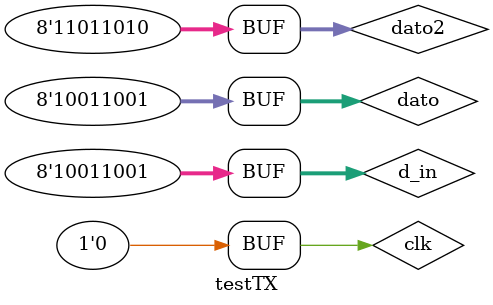
<source format=v>
`timescale 1ns / 1ps

module testTX;

	// Inputs
	reg clk;
	wire baud_rate;
	reg [7:0] d_in;
	reg tx_start;

	// Outputs
	wire tx;
	wire tx_done;

	reg [7:0] dato  = 'b10011001;
	reg [7:0] dato2  = 'b11011010;

	// Instantiate the Unit Under Test (UUT)
	
	BaudRateGenerator baud (
		.clk(clk), 
		.out(baud_rate)
	);
	
	TX uut (
		.clk(clk), 
		.baud_rate(baud_rate), 
		.d_in(d_in), 
		.tx_start(tx_start), 
		.tx(tx), 
		.tx_done(tx_done)
	);

	initial begin
		// Initialize Inputs
		clk = 0;
		d_in = 0;
		tx_start = 0;

		// Wait 100 ns for global reset to finish
		#100;
		d_in = dato;
		tx_start = 1;        
		// Add stimulus here

	end
	
	always@(tx_done)
	begin
		if(tx_done == 1) tx_start = 1;
	end
	always
	begin
		#1; clk = 1;
		#1; clk = 0;
	end
      
endmodule


</source>
